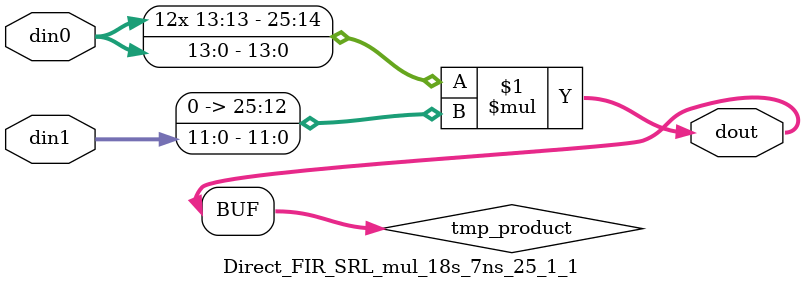
<source format=v>

`timescale 1 ns / 1 ps

 module Direct_FIR_SRL_mul_18s_7ns_25_1_1(din0, din1, dout);
parameter ID = 1;
parameter NUM_STAGE = 0;
parameter din0_WIDTH = 14;
parameter din1_WIDTH = 12;
parameter dout_WIDTH = 26;

input [din0_WIDTH - 1 : 0] din0; 
input [din1_WIDTH - 1 : 0] din1; 
output [dout_WIDTH - 1 : 0] dout;

wire signed [dout_WIDTH - 1 : 0] tmp_product;


























assign tmp_product = $signed(din0) * $signed({1'b0, din1});









assign dout = tmp_product;





















endmodule

</source>
